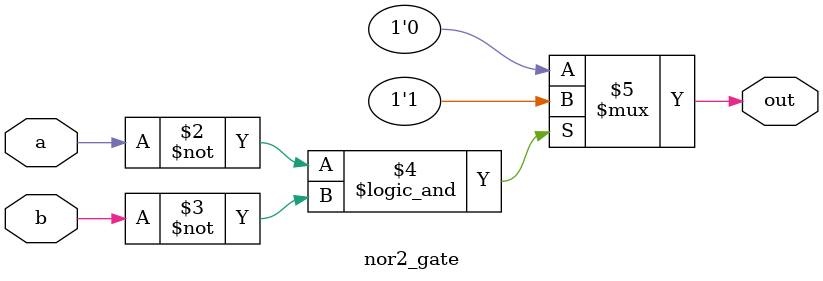
<source format=v>
module nor2_gate (
  input a,
  input b,
  output reg out
);

    always @(*) begin
        out = (~a && ~b) ? 1'b1 : 1'b0;
    end

    
endmodule

</source>
